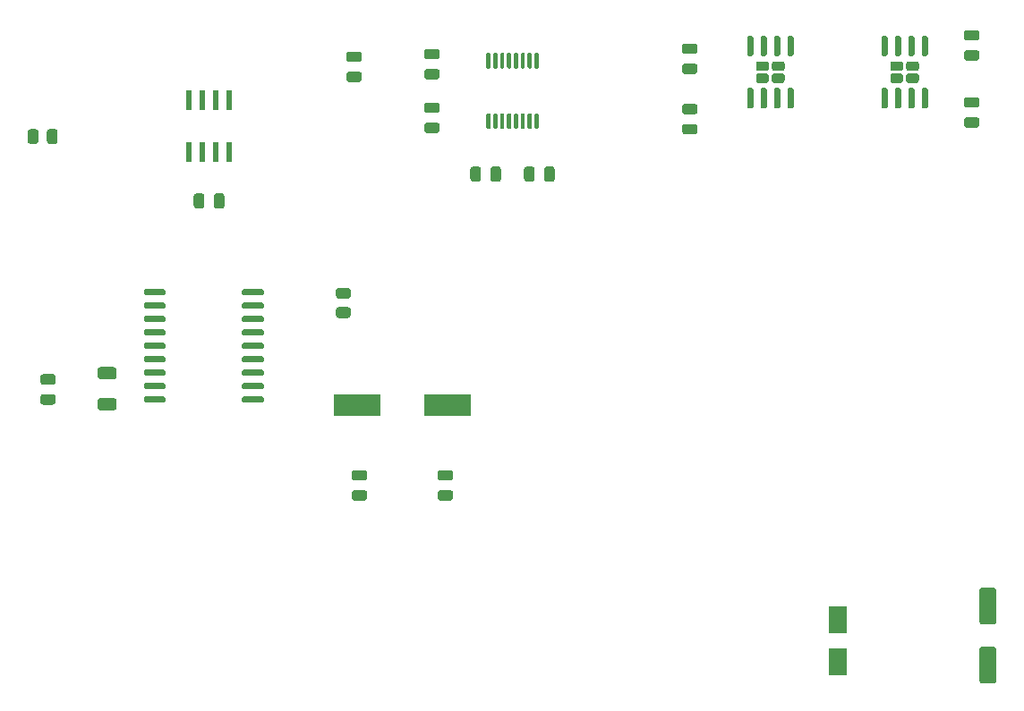
<source format=gtp>
G04 #@! TF.GenerationSoftware,KiCad,Pcbnew,(5.1.9-0-10_14)*
G04 #@! TF.CreationDate,2021-03-21T13:51:25-07:00*
G04 #@! TF.ProjectId,telemetry-pcb,74656c65-6d65-4747-9279-2d7063622e6b,rev?*
G04 #@! TF.SameCoordinates,Original*
G04 #@! TF.FileFunction,Paste,Top*
G04 #@! TF.FilePolarity,Positive*
%FSLAX46Y46*%
G04 Gerber Fmt 4.6, Leading zero omitted, Abs format (unit mm)*
G04 Created by KiCad (PCBNEW (5.1.9-0-10_14)) date 2021-03-21 13:51:25*
%MOMM*%
%LPD*%
G01*
G04 APERTURE LIST*
%ADD10R,4.500000X2.000000*%
%ADD11R,0.600000X1.970000*%
%ADD12R,1.800000X2.500000*%
G04 APERTURE END LIST*
D10*
X141410000Y-73660000D03*
X132910000Y-73660000D03*
G36*
G01*
X145399000Y-41817000D02*
X145199000Y-41817000D01*
G75*
G02*
X145099000Y-41717000I0J100000D01*
G01*
X145099000Y-40442000D01*
G75*
G02*
X145199000Y-40342000I100000J0D01*
G01*
X145399000Y-40342000D01*
G75*
G02*
X145499000Y-40442000I0J-100000D01*
G01*
X145499000Y-41717000D01*
G75*
G02*
X145399000Y-41817000I-100000J0D01*
G01*
G37*
G36*
G01*
X146049000Y-41817000D02*
X145849000Y-41817000D01*
G75*
G02*
X145749000Y-41717000I0J100000D01*
G01*
X145749000Y-40442000D01*
G75*
G02*
X145849000Y-40342000I100000J0D01*
G01*
X146049000Y-40342000D01*
G75*
G02*
X146149000Y-40442000I0J-100000D01*
G01*
X146149000Y-41717000D01*
G75*
G02*
X146049000Y-41817000I-100000J0D01*
G01*
G37*
G36*
G01*
X146699000Y-41817000D02*
X146499000Y-41817000D01*
G75*
G02*
X146399000Y-41717000I0J100000D01*
G01*
X146399000Y-40442000D01*
G75*
G02*
X146499000Y-40342000I100000J0D01*
G01*
X146699000Y-40342000D01*
G75*
G02*
X146799000Y-40442000I0J-100000D01*
G01*
X146799000Y-41717000D01*
G75*
G02*
X146699000Y-41817000I-100000J0D01*
G01*
G37*
G36*
G01*
X147349000Y-41817000D02*
X147149000Y-41817000D01*
G75*
G02*
X147049000Y-41717000I0J100000D01*
G01*
X147049000Y-40442000D01*
G75*
G02*
X147149000Y-40342000I100000J0D01*
G01*
X147349000Y-40342000D01*
G75*
G02*
X147449000Y-40442000I0J-100000D01*
G01*
X147449000Y-41717000D01*
G75*
G02*
X147349000Y-41817000I-100000J0D01*
G01*
G37*
G36*
G01*
X147999000Y-41817000D02*
X147799000Y-41817000D01*
G75*
G02*
X147699000Y-41717000I0J100000D01*
G01*
X147699000Y-40442000D01*
G75*
G02*
X147799000Y-40342000I100000J0D01*
G01*
X147999000Y-40342000D01*
G75*
G02*
X148099000Y-40442000I0J-100000D01*
G01*
X148099000Y-41717000D01*
G75*
G02*
X147999000Y-41817000I-100000J0D01*
G01*
G37*
G36*
G01*
X148649000Y-41817000D02*
X148449000Y-41817000D01*
G75*
G02*
X148349000Y-41717000I0J100000D01*
G01*
X148349000Y-40442000D01*
G75*
G02*
X148449000Y-40342000I100000J0D01*
G01*
X148649000Y-40342000D01*
G75*
G02*
X148749000Y-40442000I0J-100000D01*
G01*
X148749000Y-41717000D01*
G75*
G02*
X148649000Y-41817000I-100000J0D01*
G01*
G37*
G36*
G01*
X149299000Y-41817000D02*
X149099000Y-41817000D01*
G75*
G02*
X148999000Y-41717000I0J100000D01*
G01*
X148999000Y-40442000D01*
G75*
G02*
X149099000Y-40342000I100000J0D01*
G01*
X149299000Y-40342000D01*
G75*
G02*
X149399000Y-40442000I0J-100000D01*
G01*
X149399000Y-41717000D01*
G75*
G02*
X149299000Y-41817000I-100000J0D01*
G01*
G37*
G36*
G01*
X149949000Y-41817000D02*
X149749000Y-41817000D01*
G75*
G02*
X149649000Y-41717000I0J100000D01*
G01*
X149649000Y-40442000D01*
G75*
G02*
X149749000Y-40342000I100000J0D01*
G01*
X149949000Y-40342000D01*
G75*
G02*
X150049000Y-40442000I0J-100000D01*
G01*
X150049000Y-41717000D01*
G75*
G02*
X149949000Y-41817000I-100000J0D01*
G01*
G37*
G36*
G01*
X149949000Y-47542000D02*
X149749000Y-47542000D01*
G75*
G02*
X149649000Y-47442000I0J100000D01*
G01*
X149649000Y-46167000D01*
G75*
G02*
X149749000Y-46067000I100000J0D01*
G01*
X149949000Y-46067000D01*
G75*
G02*
X150049000Y-46167000I0J-100000D01*
G01*
X150049000Y-47442000D01*
G75*
G02*
X149949000Y-47542000I-100000J0D01*
G01*
G37*
G36*
G01*
X149299000Y-47542000D02*
X149099000Y-47542000D01*
G75*
G02*
X148999000Y-47442000I0J100000D01*
G01*
X148999000Y-46167000D01*
G75*
G02*
X149099000Y-46067000I100000J0D01*
G01*
X149299000Y-46067000D01*
G75*
G02*
X149399000Y-46167000I0J-100000D01*
G01*
X149399000Y-47442000D01*
G75*
G02*
X149299000Y-47542000I-100000J0D01*
G01*
G37*
G36*
G01*
X148649000Y-47542000D02*
X148449000Y-47542000D01*
G75*
G02*
X148349000Y-47442000I0J100000D01*
G01*
X148349000Y-46167000D01*
G75*
G02*
X148449000Y-46067000I100000J0D01*
G01*
X148649000Y-46067000D01*
G75*
G02*
X148749000Y-46167000I0J-100000D01*
G01*
X148749000Y-47442000D01*
G75*
G02*
X148649000Y-47542000I-100000J0D01*
G01*
G37*
G36*
G01*
X147999000Y-47542000D02*
X147799000Y-47542000D01*
G75*
G02*
X147699000Y-47442000I0J100000D01*
G01*
X147699000Y-46167000D01*
G75*
G02*
X147799000Y-46067000I100000J0D01*
G01*
X147999000Y-46067000D01*
G75*
G02*
X148099000Y-46167000I0J-100000D01*
G01*
X148099000Y-47442000D01*
G75*
G02*
X147999000Y-47542000I-100000J0D01*
G01*
G37*
G36*
G01*
X147349000Y-47542000D02*
X147149000Y-47542000D01*
G75*
G02*
X147049000Y-47442000I0J100000D01*
G01*
X147049000Y-46167000D01*
G75*
G02*
X147149000Y-46067000I100000J0D01*
G01*
X147349000Y-46067000D01*
G75*
G02*
X147449000Y-46167000I0J-100000D01*
G01*
X147449000Y-47442000D01*
G75*
G02*
X147349000Y-47542000I-100000J0D01*
G01*
G37*
G36*
G01*
X146699000Y-47542000D02*
X146499000Y-47542000D01*
G75*
G02*
X146399000Y-47442000I0J100000D01*
G01*
X146399000Y-46167000D01*
G75*
G02*
X146499000Y-46067000I100000J0D01*
G01*
X146699000Y-46067000D01*
G75*
G02*
X146799000Y-46167000I0J-100000D01*
G01*
X146799000Y-47442000D01*
G75*
G02*
X146699000Y-47542000I-100000J0D01*
G01*
G37*
G36*
G01*
X146049000Y-47542000D02*
X145849000Y-47542000D01*
G75*
G02*
X145749000Y-47442000I0J100000D01*
G01*
X145749000Y-46167000D01*
G75*
G02*
X145849000Y-46067000I100000J0D01*
G01*
X146049000Y-46067000D01*
G75*
G02*
X146149000Y-46167000I0J-100000D01*
G01*
X146149000Y-47442000D01*
G75*
G02*
X146049000Y-47542000I-100000J0D01*
G01*
G37*
G36*
G01*
X145399000Y-47542000D02*
X145199000Y-47542000D01*
G75*
G02*
X145099000Y-47442000I0J100000D01*
G01*
X145099000Y-46167000D01*
G75*
G02*
X145199000Y-46067000I100000J0D01*
G01*
X145399000Y-46067000D01*
G75*
G02*
X145499000Y-46167000I0J-100000D01*
G01*
X145499000Y-47442000D01*
G75*
G02*
X145399000Y-47542000I-100000J0D01*
G01*
G37*
G36*
G01*
X170833000Y-42274000D02*
X171583000Y-42274000D01*
G75*
G02*
X171813000Y-42504000I0J-230000D01*
G01*
X171813000Y-42964000D01*
G75*
G02*
X171583000Y-43194000I-230000J0D01*
G01*
X170833000Y-43194000D01*
G75*
G02*
X170603000Y-42964000I0J230000D01*
G01*
X170603000Y-42504000D01*
G75*
G02*
X170833000Y-42274000I230000J0D01*
G01*
G37*
G36*
G01*
X172333000Y-42274000D02*
X173083000Y-42274000D01*
G75*
G02*
X173313000Y-42504000I0J-230000D01*
G01*
X173313000Y-42964000D01*
G75*
G02*
X173083000Y-43194000I-230000J0D01*
G01*
X172333000Y-43194000D01*
G75*
G02*
X172103000Y-42964000I0J230000D01*
G01*
X172103000Y-42504000D01*
G75*
G02*
X172333000Y-42274000I230000J0D01*
G01*
G37*
G36*
G01*
X170833000Y-41134000D02*
X171583000Y-41134000D01*
G75*
G02*
X171813000Y-41364000I0J-230000D01*
G01*
X171813000Y-41824000D01*
G75*
G02*
X171583000Y-42054000I-230000J0D01*
G01*
X170833000Y-42054000D01*
G75*
G02*
X170603000Y-41824000I0J230000D01*
G01*
X170603000Y-41364000D01*
G75*
G02*
X170833000Y-41134000I230000J0D01*
G01*
G37*
G36*
G01*
X172333000Y-41134000D02*
X173083000Y-41134000D01*
G75*
G02*
X173313000Y-41364000I0J-230000D01*
G01*
X173313000Y-41824000D01*
G75*
G02*
X173083000Y-42054000I-230000J0D01*
G01*
X172333000Y-42054000D01*
G75*
G02*
X172103000Y-41824000I0J230000D01*
G01*
X172103000Y-41364000D01*
G75*
G02*
X172333000Y-41134000I230000J0D01*
G01*
G37*
G36*
G01*
X173713000Y-43664000D02*
X174013000Y-43664000D01*
G75*
G02*
X174163000Y-43814000I0J-150000D01*
G01*
X174163000Y-45464000D01*
G75*
G02*
X174013000Y-45614000I-150000J0D01*
G01*
X173713000Y-45614000D01*
G75*
G02*
X173563000Y-45464000I0J150000D01*
G01*
X173563000Y-43814000D01*
G75*
G02*
X173713000Y-43664000I150000J0D01*
G01*
G37*
G36*
G01*
X172443000Y-43664000D02*
X172743000Y-43664000D01*
G75*
G02*
X172893000Y-43814000I0J-150000D01*
G01*
X172893000Y-45464000D01*
G75*
G02*
X172743000Y-45614000I-150000J0D01*
G01*
X172443000Y-45614000D01*
G75*
G02*
X172293000Y-45464000I0J150000D01*
G01*
X172293000Y-43814000D01*
G75*
G02*
X172443000Y-43664000I150000J0D01*
G01*
G37*
G36*
G01*
X171173000Y-43664000D02*
X171473000Y-43664000D01*
G75*
G02*
X171623000Y-43814000I0J-150000D01*
G01*
X171623000Y-45464000D01*
G75*
G02*
X171473000Y-45614000I-150000J0D01*
G01*
X171173000Y-45614000D01*
G75*
G02*
X171023000Y-45464000I0J150000D01*
G01*
X171023000Y-43814000D01*
G75*
G02*
X171173000Y-43664000I150000J0D01*
G01*
G37*
G36*
G01*
X169903000Y-43664000D02*
X170203000Y-43664000D01*
G75*
G02*
X170353000Y-43814000I0J-150000D01*
G01*
X170353000Y-45464000D01*
G75*
G02*
X170203000Y-45614000I-150000J0D01*
G01*
X169903000Y-45614000D01*
G75*
G02*
X169753000Y-45464000I0J150000D01*
G01*
X169753000Y-43814000D01*
G75*
G02*
X169903000Y-43664000I150000J0D01*
G01*
G37*
G36*
G01*
X169903000Y-38714000D02*
X170203000Y-38714000D01*
G75*
G02*
X170353000Y-38864000I0J-150000D01*
G01*
X170353000Y-40514000D01*
G75*
G02*
X170203000Y-40664000I-150000J0D01*
G01*
X169903000Y-40664000D01*
G75*
G02*
X169753000Y-40514000I0J150000D01*
G01*
X169753000Y-38864000D01*
G75*
G02*
X169903000Y-38714000I150000J0D01*
G01*
G37*
G36*
G01*
X171173000Y-38714000D02*
X171473000Y-38714000D01*
G75*
G02*
X171623000Y-38864000I0J-150000D01*
G01*
X171623000Y-40514000D01*
G75*
G02*
X171473000Y-40664000I-150000J0D01*
G01*
X171173000Y-40664000D01*
G75*
G02*
X171023000Y-40514000I0J150000D01*
G01*
X171023000Y-38864000D01*
G75*
G02*
X171173000Y-38714000I150000J0D01*
G01*
G37*
G36*
G01*
X172443000Y-38714000D02*
X172743000Y-38714000D01*
G75*
G02*
X172893000Y-38864000I0J-150000D01*
G01*
X172893000Y-40514000D01*
G75*
G02*
X172743000Y-40664000I-150000J0D01*
G01*
X172443000Y-40664000D01*
G75*
G02*
X172293000Y-40514000I0J150000D01*
G01*
X172293000Y-38864000D01*
G75*
G02*
X172443000Y-38714000I150000J0D01*
G01*
G37*
G36*
G01*
X173713000Y-38714000D02*
X174013000Y-38714000D01*
G75*
G02*
X174163000Y-38864000I0J-150000D01*
G01*
X174163000Y-40514000D01*
G75*
G02*
X174013000Y-40664000I-150000J0D01*
G01*
X173713000Y-40664000D01*
G75*
G02*
X173563000Y-40514000I0J150000D01*
G01*
X173563000Y-38864000D01*
G75*
G02*
X173713000Y-38714000I150000J0D01*
G01*
G37*
G36*
G01*
X183533000Y-42274000D02*
X184283000Y-42274000D01*
G75*
G02*
X184513000Y-42504000I0J-230000D01*
G01*
X184513000Y-42964000D01*
G75*
G02*
X184283000Y-43194000I-230000J0D01*
G01*
X183533000Y-43194000D01*
G75*
G02*
X183303000Y-42964000I0J230000D01*
G01*
X183303000Y-42504000D01*
G75*
G02*
X183533000Y-42274000I230000J0D01*
G01*
G37*
G36*
G01*
X185033000Y-42274000D02*
X185783000Y-42274000D01*
G75*
G02*
X186013000Y-42504000I0J-230000D01*
G01*
X186013000Y-42964000D01*
G75*
G02*
X185783000Y-43194000I-230000J0D01*
G01*
X185033000Y-43194000D01*
G75*
G02*
X184803000Y-42964000I0J230000D01*
G01*
X184803000Y-42504000D01*
G75*
G02*
X185033000Y-42274000I230000J0D01*
G01*
G37*
G36*
G01*
X183533000Y-41134000D02*
X184283000Y-41134000D01*
G75*
G02*
X184513000Y-41364000I0J-230000D01*
G01*
X184513000Y-41824000D01*
G75*
G02*
X184283000Y-42054000I-230000J0D01*
G01*
X183533000Y-42054000D01*
G75*
G02*
X183303000Y-41824000I0J230000D01*
G01*
X183303000Y-41364000D01*
G75*
G02*
X183533000Y-41134000I230000J0D01*
G01*
G37*
G36*
G01*
X185033000Y-41134000D02*
X185783000Y-41134000D01*
G75*
G02*
X186013000Y-41364000I0J-230000D01*
G01*
X186013000Y-41824000D01*
G75*
G02*
X185783000Y-42054000I-230000J0D01*
G01*
X185033000Y-42054000D01*
G75*
G02*
X184803000Y-41824000I0J230000D01*
G01*
X184803000Y-41364000D01*
G75*
G02*
X185033000Y-41134000I230000J0D01*
G01*
G37*
G36*
G01*
X186413000Y-43664000D02*
X186713000Y-43664000D01*
G75*
G02*
X186863000Y-43814000I0J-150000D01*
G01*
X186863000Y-45464000D01*
G75*
G02*
X186713000Y-45614000I-150000J0D01*
G01*
X186413000Y-45614000D01*
G75*
G02*
X186263000Y-45464000I0J150000D01*
G01*
X186263000Y-43814000D01*
G75*
G02*
X186413000Y-43664000I150000J0D01*
G01*
G37*
G36*
G01*
X185143000Y-43664000D02*
X185443000Y-43664000D01*
G75*
G02*
X185593000Y-43814000I0J-150000D01*
G01*
X185593000Y-45464000D01*
G75*
G02*
X185443000Y-45614000I-150000J0D01*
G01*
X185143000Y-45614000D01*
G75*
G02*
X184993000Y-45464000I0J150000D01*
G01*
X184993000Y-43814000D01*
G75*
G02*
X185143000Y-43664000I150000J0D01*
G01*
G37*
G36*
G01*
X183873000Y-43664000D02*
X184173000Y-43664000D01*
G75*
G02*
X184323000Y-43814000I0J-150000D01*
G01*
X184323000Y-45464000D01*
G75*
G02*
X184173000Y-45614000I-150000J0D01*
G01*
X183873000Y-45614000D01*
G75*
G02*
X183723000Y-45464000I0J150000D01*
G01*
X183723000Y-43814000D01*
G75*
G02*
X183873000Y-43664000I150000J0D01*
G01*
G37*
G36*
G01*
X182603000Y-43664000D02*
X182903000Y-43664000D01*
G75*
G02*
X183053000Y-43814000I0J-150000D01*
G01*
X183053000Y-45464000D01*
G75*
G02*
X182903000Y-45614000I-150000J0D01*
G01*
X182603000Y-45614000D01*
G75*
G02*
X182453000Y-45464000I0J150000D01*
G01*
X182453000Y-43814000D01*
G75*
G02*
X182603000Y-43664000I150000J0D01*
G01*
G37*
G36*
G01*
X182603000Y-38714000D02*
X182903000Y-38714000D01*
G75*
G02*
X183053000Y-38864000I0J-150000D01*
G01*
X183053000Y-40514000D01*
G75*
G02*
X182903000Y-40664000I-150000J0D01*
G01*
X182603000Y-40664000D01*
G75*
G02*
X182453000Y-40514000I0J150000D01*
G01*
X182453000Y-38864000D01*
G75*
G02*
X182603000Y-38714000I150000J0D01*
G01*
G37*
G36*
G01*
X183873000Y-38714000D02*
X184173000Y-38714000D01*
G75*
G02*
X184323000Y-38864000I0J-150000D01*
G01*
X184323000Y-40514000D01*
G75*
G02*
X184173000Y-40664000I-150000J0D01*
G01*
X183873000Y-40664000D01*
G75*
G02*
X183723000Y-40514000I0J150000D01*
G01*
X183723000Y-38864000D01*
G75*
G02*
X183873000Y-38714000I150000J0D01*
G01*
G37*
G36*
G01*
X185143000Y-38714000D02*
X185443000Y-38714000D01*
G75*
G02*
X185593000Y-38864000I0J-150000D01*
G01*
X185593000Y-40514000D01*
G75*
G02*
X185443000Y-40664000I-150000J0D01*
G01*
X185143000Y-40664000D01*
G75*
G02*
X184993000Y-40514000I0J150000D01*
G01*
X184993000Y-38864000D01*
G75*
G02*
X185143000Y-38714000I150000J0D01*
G01*
G37*
G36*
G01*
X186413000Y-38714000D02*
X186713000Y-38714000D01*
G75*
G02*
X186863000Y-38864000I0J-150000D01*
G01*
X186863000Y-40514000D01*
G75*
G02*
X186713000Y-40664000I-150000J0D01*
G01*
X186413000Y-40664000D01*
G75*
G02*
X186263000Y-40514000I0J150000D01*
G01*
X186263000Y-38864000D01*
G75*
G02*
X186413000Y-38714000I150000J0D01*
G01*
G37*
G36*
G01*
X132022001Y-63608000D02*
X131121999Y-63608000D01*
G75*
G02*
X130872000Y-63358001I0J249999D01*
G01*
X130872000Y-62832999D01*
G75*
G02*
X131121999Y-62583000I249999J0D01*
G01*
X132022001Y-62583000D01*
G75*
G02*
X132272000Y-62832999I0J-249999D01*
G01*
X132272000Y-63358001D01*
G75*
G02*
X132022001Y-63608000I-249999J0D01*
G01*
G37*
G36*
G01*
X132022001Y-65433000D02*
X131121999Y-65433000D01*
G75*
G02*
X130872000Y-65183001I0J249999D01*
G01*
X130872000Y-64657999D01*
G75*
G02*
X131121999Y-64408000I249999J0D01*
G01*
X132022001Y-64408000D01*
G75*
G02*
X132272000Y-64657999I0J-249999D01*
G01*
X132272000Y-65183001D01*
G75*
G02*
X132022001Y-65433000I-249999J0D01*
G01*
G37*
G36*
G01*
X121989000Y-63142000D02*
X121989000Y-62842000D01*
G75*
G02*
X122139000Y-62692000I150000J0D01*
G01*
X123889000Y-62692000D01*
G75*
G02*
X124039000Y-62842000I0J-150000D01*
G01*
X124039000Y-63142000D01*
G75*
G02*
X123889000Y-63292000I-150000J0D01*
G01*
X122139000Y-63292000D01*
G75*
G02*
X121989000Y-63142000I0J150000D01*
G01*
G37*
G36*
G01*
X121989000Y-64412000D02*
X121989000Y-64112000D01*
G75*
G02*
X122139000Y-63962000I150000J0D01*
G01*
X123889000Y-63962000D01*
G75*
G02*
X124039000Y-64112000I0J-150000D01*
G01*
X124039000Y-64412000D01*
G75*
G02*
X123889000Y-64562000I-150000J0D01*
G01*
X122139000Y-64562000D01*
G75*
G02*
X121989000Y-64412000I0J150000D01*
G01*
G37*
G36*
G01*
X121989000Y-65682000D02*
X121989000Y-65382000D01*
G75*
G02*
X122139000Y-65232000I150000J0D01*
G01*
X123889000Y-65232000D01*
G75*
G02*
X124039000Y-65382000I0J-150000D01*
G01*
X124039000Y-65682000D01*
G75*
G02*
X123889000Y-65832000I-150000J0D01*
G01*
X122139000Y-65832000D01*
G75*
G02*
X121989000Y-65682000I0J150000D01*
G01*
G37*
G36*
G01*
X121989000Y-66952000D02*
X121989000Y-66652000D01*
G75*
G02*
X122139000Y-66502000I150000J0D01*
G01*
X123889000Y-66502000D01*
G75*
G02*
X124039000Y-66652000I0J-150000D01*
G01*
X124039000Y-66952000D01*
G75*
G02*
X123889000Y-67102000I-150000J0D01*
G01*
X122139000Y-67102000D01*
G75*
G02*
X121989000Y-66952000I0J150000D01*
G01*
G37*
G36*
G01*
X121989000Y-68222000D02*
X121989000Y-67922000D01*
G75*
G02*
X122139000Y-67772000I150000J0D01*
G01*
X123889000Y-67772000D01*
G75*
G02*
X124039000Y-67922000I0J-150000D01*
G01*
X124039000Y-68222000D01*
G75*
G02*
X123889000Y-68372000I-150000J0D01*
G01*
X122139000Y-68372000D01*
G75*
G02*
X121989000Y-68222000I0J150000D01*
G01*
G37*
G36*
G01*
X121989000Y-69492000D02*
X121989000Y-69192000D01*
G75*
G02*
X122139000Y-69042000I150000J0D01*
G01*
X123889000Y-69042000D01*
G75*
G02*
X124039000Y-69192000I0J-150000D01*
G01*
X124039000Y-69492000D01*
G75*
G02*
X123889000Y-69642000I-150000J0D01*
G01*
X122139000Y-69642000D01*
G75*
G02*
X121989000Y-69492000I0J150000D01*
G01*
G37*
G36*
G01*
X121989000Y-70762000D02*
X121989000Y-70462000D01*
G75*
G02*
X122139000Y-70312000I150000J0D01*
G01*
X123889000Y-70312000D01*
G75*
G02*
X124039000Y-70462000I0J-150000D01*
G01*
X124039000Y-70762000D01*
G75*
G02*
X123889000Y-70912000I-150000J0D01*
G01*
X122139000Y-70912000D01*
G75*
G02*
X121989000Y-70762000I0J150000D01*
G01*
G37*
G36*
G01*
X121989000Y-72032000D02*
X121989000Y-71732000D01*
G75*
G02*
X122139000Y-71582000I150000J0D01*
G01*
X123889000Y-71582000D01*
G75*
G02*
X124039000Y-71732000I0J-150000D01*
G01*
X124039000Y-72032000D01*
G75*
G02*
X123889000Y-72182000I-150000J0D01*
G01*
X122139000Y-72182000D01*
G75*
G02*
X121989000Y-72032000I0J150000D01*
G01*
G37*
G36*
G01*
X121989000Y-73302000D02*
X121989000Y-73002000D01*
G75*
G02*
X122139000Y-72852000I150000J0D01*
G01*
X123889000Y-72852000D01*
G75*
G02*
X124039000Y-73002000I0J-150000D01*
G01*
X124039000Y-73302000D01*
G75*
G02*
X123889000Y-73452000I-150000J0D01*
G01*
X122139000Y-73452000D01*
G75*
G02*
X121989000Y-73302000I0J150000D01*
G01*
G37*
G36*
G01*
X112689000Y-73302000D02*
X112689000Y-73002000D01*
G75*
G02*
X112839000Y-72852000I150000J0D01*
G01*
X114589000Y-72852000D01*
G75*
G02*
X114739000Y-73002000I0J-150000D01*
G01*
X114739000Y-73302000D01*
G75*
G02*
X114589000Y-73452000I-150000J0D01*
G01*
X112839000Y-73452000D01*
G75*
G02*
X112689000Y-73302000I0J150000D01*
G01*
G37*
G36*
G01*
X112689000Y-72032000D02*
X112689000Y-71732000D01*
G75*
G02*
X112839000Y-71582000I150000J0D01*
G01*
X114589000Y-71582000D01*
G75*
G02*
X114739000Y-71732000I0J-150000D01*
G01*
X114739000Y-72032000D01*
G75*
G02*
X114589000Y-72182000I-150000J0D01*
G01*
X112839000Y-72182000D01*
G75*
G02*
X112689000Y-72032000I0J150000D01*
G01*
G37*
G36*
G01*
X112689000Y-70762000D02*
X112689000Y-70462000D01*
G75*
G02*
X112839000Y-70312000I150000J0D01*
G01*
X114589000Y-70312000D01*
G75*
G02*
X114739000Y-70462000I0J-150000D01*
G01*
X114739000Y-70762000D01*
G75*
G02*
X114589000Y-70912000I-150000J0D01*
G01*
X112839000Y-70912000D01*
G75*
G02*
X112689000Y-70762000I0J150000D01*
G01*
G37*
G36*
G01*
X112689000Y-69492000D02*
X112689000Y-69192000D01*
G75*
G02*
X112839000Y-69042000I150000J0D01*
G01*
X114589000Y-69042000D01*
G75*
G02*
X114739000Y-69192000I0J-150000D01*
G01*
X114739000Y-69492000D01*
G75*
G02*
X114589000Y-69642000I-150000J0D01*
G01*
X112839000Y-69642000D01*
G75*
G02*
X112689000Y-69492000I0J150000D01*
G01*
G37*
G36*
G01*
X112689000Y-68222000D02*
X112689000Y-67922000D01*
G75*
G02*
X112839000Y-67772000I150000J0D01*
G01*
X114589000Y-67772000D01*
G75*
G02*
X114739000Y-67922000I0J-150000D01*
G01*
X114739000Y-68222000D01*
G75*
G02*
X114589000Y-68372000I-150000J0D01*
G01*
X112839000Y-68372000D01*
G75*
G02*
X112689000Y-68222000I0J150000D01*
G01*
G37*
G36*
G01*
X112689000Y-66952000D02*
X112689000Y-66652000D01*
G75*
G02*
X112839000Y-66502000I150000J0D01*
G01*
X114589000Y-66502000D01*
G75*
G02*
X114739000Y-66652000I0J-150000D01*
G01*
X114739000Y-66952000D01*
G75*
G02*
X114589000Y-67102000I-150000J0D01*
G01*
X112839000Y-67102000D01*
G75*
G02*
X112689000Y-66952000I0J150000D01*
G01*
G37*
G36*
G01*
X112689000Y-65682000D02*
X112689000Y-65382000D01*
G75*
G02*
X112839000Y-65232000I150000J0D01*
G01*
X114589000Y-65232000D01*
G75*
G02*
X114739000Y-65382000I0J-150000D01*
G01*
X114739000Y-65682000D01*
G75*
G02*
X114589000Y-65832000I-150000J0D01*
G01*
X112839000Y-65832000D01*
G75*
G02*
X112689000Y-65682000I0J150000D01*
G01*
G37*
G36*
G01*
X112689000Y-64412000D02*
X112689000Y-64112000D01*
G75*
G02*
X112839000Y-63962000I150000J0D01*
G01*
X114589000Y-63962000D01*
G75*
G02*
X114739000Y-64112000I0J-150000D01*
G01*
X114739000Y-64412000D01*
G75*
G02*
X114589000Y-64562000I-150000J0D01*
G01*
X112839000Y-64562000D01*
G75*
G02*
X112689000Y-64412000I0J150000D01*
G01*
G37*
G36*
G01*
X112689000Y-63142000D02*
X112689000Y-62842000D01*
G75*
G02*
X112839000Y-62692000I150000J0D01*
G01*
X114589000Y-62692000D01*
G75*
G02*
X114739000Y-62842000I0J-150000D01*
G01*
X114739000Y-63142000D01*
G75*
G02*
X114589000Y-63292000I-150000J0D01*
G01*
X112839000Y-63292000D01*
G75*
G02*
X112689000Y-63142000I0J150000D01*
G01*
G37*
D11*
X116967000Y-44774000D03*
X118237000Y-44774000D03*
X119507000Y-44774000D03*
X120777000Y-44774000D03*
X120777000Y-49714000D03*
X119507000Y-49714000D03*
X118237000Y-49714000D03*
X116967000Y-49714000D03*
G36*
G01*
X132113000Y-42106000D02*
X133063000Y-42106000D01*
G75*
G02*
X133313000Y-42356000I0J-250000D01*
G01*
X133313000Y-42856000D01*
G75*
G02*
X133063000Y-43106000I-250000J0D01*
G01*
X132113000Y-43106000D01*
G75*
G02*
X131863000Y-42856000I0J250000D01*
G01*
X131863000Y-42356000D01*
G75*
G02*
X132113000Y-42106000I250000J0D01*
G01*
G37*
G36*
G01*
X132113000Y-40206000D02*
X133063000Y-40206000D01*
G75*
G02*
X133313000Y-40456000I0J-250000D01*
G01*
X133313000Y-40956000D01*
G75*
G02*
X133063000Y-41206000I-250000J0D01*
G01*
X132113000Y-41206000D01*
G75*
G02*
X131863000Y-40956000I0J250000D01*
G01*
X131863000Y-40456000D01*
G75*
G02*
X132113000Y-40206000I250000J0D01*
G01*
G37*
G36*
G01*
X193082000Y-94454000D02*
X191982000Y-94454000D01*
G75*
G02*
X191732000Y-94204000I0J250000D01*
G01*
X191732000Y-91204000D01*
G75*
G02*
X191982000Y-90954000I250000J0D01*
G01*
X193082000Y-90954000D01*
G75*
G02*
X193332000Y-91204000I0J-250000D01*
G01*
X193332000Y-94204000D01*
G75*
G02*
X193082000Y-94454000I-250000J0D01*
G01*
G37*
G36*
G01*
X193082000Y-100054000D02*
X191982000Y-100054000D01*
G75*
G02*
X191732000Y-99804000I0J250000D01*
G01*
X191732000Y-96804000D01*
G75*
G02*
X191982000Y-96554000I250000J0D01*
G01*
X193082000Y-96554000D01*
G75*
G02*
X193332000Y-96804000I0J-250000D01*
G01*
X193332000Y-99804000D01*
G75*
G02*
X193082000Y-100054000I-250000J0D01*
G01*
G37*
G36*
G01*
X109870001Y-71236000D02*
X108569999Y-71236000D01*
G75*
G02*
X108320000Y-70986001I0J249999D01*
G01*
X108320000Y-70335999D01*
G75*
G02*
X108569999Y-70086000I249999J0D01*
G01*
X109870001Y-70086000D01*
G75*
G02*
X110120000Y-70335999I0J-249999D01*
G01*
X110120000Y-70986001D01*
G75*
G02*
X109870001Y-71236000I-249999J0D01*
G01*
G37*
G36*
G01*
X109870001Y-74186000D02*
X108569999Y-74186000D01*
G75*
G02*
X108320000Y-73936001I0J249999D01*
G01*
X108320000Y-73285999D01*
G75*
G02*
X108569999Y-73036000I249999J0D01*
G01*
X109870001Y-73036000D01*
G75*
G02*
X110120000Y-73285999I0J-249999D01*
G01*
X110120000Y-73936001D01*
G75*
G02*
X109870001Y-74186000I-249999J0D01*
G01*
G37*
G36*
G01*
X140749000Y-81730000D02*
X141699000Y-81730000D01*
G75*
G02*
X141949000Y-81980000I0J-250000D01*
G01*
X141949000Y-82480000D01*
G75*
G02*
X141699000Y-82730000I-250000J0D01*
G01*
X140749000Y-82730000D01*
G75*
G02*
X140499000Y-82480000I0J250000D01*
G01*
X140499000Y-81980000D01*
G75*
G02*
X140749000Y-81730000I250000J0D01*
G01*
G37*
G36*
G01*
X140749000Y-79830000D02*
X141699000Y-79830000D01*
G75*
G02*
X141949000Y-80080000I0J-250000D01*
G01*
X141949000Y-80580000D01*
G75*
G02*
X141699000Y-80830000I-250000J0D01*
G01*
X140749000Y-80830000D01*
G75*
G02*
X140499000Y-80580000I0J250000D01*
G01*
X140499000Y-80080000D01*
G75*
G02*
X140749000Y-79830000I250000J0D01*
G01*
G37*
G36*
G01*
X132621000Y-81730000D02*
X133571000Y-81730000D01*
G75*
G02*
X133821000Y-81980000I0J-250000D01*
G01*
X133821000Y-82480000D01*
G75*
G02*
X133571000Y-82730000I-250000J0D01*
G01*
X132621000Y-82730000D01*
G75*
G02*
X132371000Y-82480000I0J250000D01*
G01*
X132371000Y-81980000D01*
G75*
G02*
X132621000Y-81730000I250000J0D01*
G01*
G37*
G36*
G01*
X132621000Y-79830000D02*
X133571000Y-79830000D01*
G75*
G02*
X133821000Y-80080000I0J-250000D01*
G01*
X133821000Y-80580000D01*
G75*
G02*
X133571000Y-80830000I-250000J0D01*
G01*
X132621000Y-80830000D01*
G75*
G02*
X132371000Y-80580000I0J250000D01*
G01*
X132371000Y-80080000D01*
G75*
G02*
X132621000Y-79830000I250000J0D01*
G01*
G37*
G36*
G01*
X119322000Y-54831000D02*
X119322000Y-53881000D01*
G75*
G02*
X119572000Y-53631000I250000J0D01*
G01*
X120072000Y-53631000D01*
G75*
G02*
X120322000Y-53881000I0J-250000D01*
G01*
X120322000Y-54831000D01*
G75*
G02*
X120072000Y-55081000I-250000J0D01*
G01*
X119572000Y-55081000D01*
G75*
G02*
X119322000Y-54831000I0J250000D01*
G01*
G37*
G36*
G01*
X117422000Y-54831000D02*
X117422000Y-53881000D01*
G75*
G02*
X117672000Y-53631000I250000J0D01*
G01*
X118172000Y-53631000D01*
G75*
G02*
X118422000Y-53881000I0J-250000D01*
G01*
X118422000Y-54831000D01*
G75*
G02*
X118172000Y-55081000I-250000J0D01*
G01*
X117672000Y-55081000D01*
G75*
G02*
X117422000Y-54831000I0J250000D01*
G01*
G37*
G36*
G01*
X103157000Y-72652000D02*
X104107000Y-72652000D01*
G75*
G02*
X104357000Y-72902000I0J-250000D01*
G01*
X104357000Y-73402000D01*
G75*
G02*
X104107000Y-73652000I-250000J0D01*
G01*
X103157000Y-73652000D01*
G75*
G02*
X102907000Y-73402000I0J250000D01*
G01*
X102907000Y-72902000D01*
G75*
G02*
X103157000Y-72652000I250000J0D01*
G01*
G37*
G36*
G01*
X103157000Y-70752000D02*
X104107000Y-70752000D01*
G75*
G02*
X104357000Y-71002000I0J-250000D01*
G01*
X104357000Y-71502000D01*
G75*
G02*
X104107000Y-71752000I-250000J0D01*
G01*
X103157000Y-71752000D01*
G75*
G02*
X102907000Y-71502000I0J250000D01*
G01*
X102907000Y-71002000D01*
G75*
G02*
X103157000Y-70752000I250000J0D01*
G01*
G37*
G36*
G01*
X103524000Y-48710001D02*
X103524000Y-47809999D01*
G75*
G02*
X103773999Y-47560000I249999J0D01*
G01*
X104299001Y-47560000D01*
G75*
G02*
X104549000Y-47809999I0J-249999D01*
G01*
X104549000Y-48710001D01*
G75*
G02*
X104299001Y-48960000I-249999J0D01*
G01*
X103773999Y-48960000D01*
G75*
G02*
X103524000Y-48710001I0J249999D01*
G01*
G37*
G36*
G01*
X101699000Y-48710001D02*
X101699000Y-47809999D01*
G75*
G02*
X101948999Y-47560000I249999J0D01*
G01*
X102474001Y-47560000D01*
G75*
G02*
X102724000Y-47809999I0J-249999D01*
G01*
X102724000Y-48710001D01*
G75*
G02*
X102474001Y-48960000I-249999J0D01*
G01*
X101948999Y-48960000D01*
G75*
G02*
X101699000Y-48710001I0J249999D01*
G01*
G37*
D12*
X178308000Y-98012000D03*
X178308000Y-94012000D03*
G36*
G01*
X191483000Y-39174000D02*
X190533000Y-39174000D01*
G75*
G02*
X190283000Y-38924000I0J250000D01*
G01*
X190283000Y-38424000D01*
G75*
G02*
X190533000Y-38174000I250000J0D01*
G01*
X191483000Y-38174000D01*
G75*
G02*
X191733000Y-38424000I0J-250000D01*
G01*
X191733000Y-38924000D01*
G75*
G02*
X191483000Y-39174000I-250000J0D01*
G01*
G37*
G36*
G01*
X191483000Y-41074000D02*
X190533000Y-41074000D01*
G75*
G02*
X190283000Y-40824000I0J250000D01*
G01*
X190283000Y-40324000D01*
G75*
G02*
X190533000Y-40074000I250000J0D01*
G01*
X191483000Y-40074000D01*
G75*
G02*
X191733000Y-40324000I0J-250000D01*
G01*
X191733000Y-40824000D01*
G75*
G02*
X191483000Y-41074000I-250000J0D01*
G01*
G37*
G36*
G01*
X164813000Y-40444000D02*
X163863000Y-40444000D01*
G75*
G02*
X163613000Y-40194000I0J250000D01*
G01*
X163613000Y-39694000D01*
G75*
G02*
X163863000Y-39444000I250000J0D01*
G01*
X164813000Y-39444000D01*
G75*
G02*
X165063000Y-39694000I0J-250000D01*
G01*
X165063000Y-40194000D01*
G75*
G02*
X164813000Y-40444000I-250000J0D01*
G01*
G37*
G36*
G01*
X164813000Y-42344000D02*
X163863000Y-42344000D01*
G75*
G02*
X163613000Y-42094000I0J250000D01*
G01*
X163613000Y-41594000D01*
G75*
G02*
X163863000Y-41344000I250000J0D01*
G01*
X164813000Y-41344000D01*
G75*
G02*
X165063000Y-41594000I0J-250000D01*
G01*
X165063000Y-42094000D01*
G75*
G02*
X164813000Y-42344000I-250000J0D01*
G01*
G37*
G36*
G01*
X145484000Y-52291000D02*
X145484000Y-51341000D01*
G75*
G02*
X145734000Y-51091000I250000J0D01*
G01*
X146234000Y-51091000D01*
G75*
G02*
X146484000Y-51341000I0J-250000D01*
G01*
X146484000Y-52291000D01*
G75*
G02*
X146234000Y-52541000I-250000J0D01*
G01*
X145734000Y-52541000D01*
G75*
G02*
X145484000Y-52291000I0J250000D01*
G01*
G37*
G36*
G01*
X143584000Y-52291000D02*
X143584000Y-51341000D01*
G75*
G02*
X143834000Y-51091000I250000J0D01*
G01*
X144334000Y-51091000D01*
G75*
G02*
X144584000Y-51341000I0J-250000D01*
G01*
X144584000Y-52291000D01*
G75*
G02*
X144334000Y-52541000I-250000J0D01*
G01*
X143834000Y-52541000D01*
G75*
G02*
X143584000Y-52291000I0J250000D01*
G01*
G37*
G36*
G01*
X149664000Y-51341000D02*
X149664000Y-52291000D01*
G75*
G02*
X149414000Y-52541000I-250000J0D01*
G01*
X148914000Y-52541000D01*
G75*
G02*
X148664000Y-52291000I0J250000D01*
G01*
X148664000Y-51341000D01*
G75*
G02*
X148914000Y-51091000I250000J0D01*
G01*
X149414000Y-51091000D01*
G75*
G02*
X149664000Y-51341000I0J-250000D01*
G01*
G37*
G36*
G01*
X151564000Y-51341000D02*
X151564000Y-52291000D01*
G75*
G02*
X151314000Y-52541000I-250000J0D01*
G01*
X150814000Y-52541000D01*
G75*
G02*
X150564000Y-52291000I0J250000D01*
G01*
X150564000Y-51341000D01*
G75*
G02*
X150814000Y-51091000I250000J0D01*
G01*
X151314000Y-51091000D01*
G75*
G02*
X151564000Y-51341000I0J-250000D01*
G01*
G37*
G36*
G01*
X139479000Y-41852000D02*
X140429000Y-41852000D01*
G75*
G02*
X140679000Y-42102000I0J-250000D01*
G01*
X140679000Y-42602000D01*
G75*
G02*
X140429000Y-42852000I-250000J0D01*
G01*
X139479000Y-42852000D01*
G75*
G02*
X139229000Y-42602000I0J250000D01*
G01*
X139229000Y-42102000D01*
G75*
G02*
X139479000Y-41852000I250000J0D01*
G01*
G37*
G36*
G01*
X139479000Y-39952000D02*
X140429000Y-39952000D01*
G75*
G02*
X140679000Y-40202000I0J-250000D01*
G01*
X140679000Y-40702000D01*
G75*
G02*
X140429000Y-40952000I-250000J0D01*
G01*
X139479000Y-40952000D01*
G75*
G02*
X139229000Y-40702000I0J250000D01*
G01*
X139229000Y-40202000D01*
G75*
G02*
X139479000Y-39952000I250000J0D01*
G01*
G37*
G36*
G01*
X140429000Y-46032000D02*
X139479000Y-46032000D01*
G75*
G02*
X139229000Y-45782000I0J250000D01*
G01*
X139229000Y-45282000D01*
G75*
G02*
X139479000Y-45032000I250000J0D01*
G01*
X140429000Y-45032000D01*
G75*
G02*
X140679000Y-45282000I0J-250000D01*
G01*
X140679000Y-45782000D01*
G75*
G02*
X140429000Y-46032000I-250000J0D01*
G01*
G37*
G36*
G01*
X140429000Y-47932000D02*
X139479000Y-47932000D01*
G75*
G02*
X139229000Y-47682000I0J250000D01*
G01*
X139229000Y-47182000D01*
G75*
G02*
X139479000Y-46932000I250000J0D01*
G01*
X140429000Y-46932000D01*
G75*
G02*
X140679000Y-47182000I0J-250000D01*
G01*
X140679000Y-47682000D01*
G75*
G02*
X140429000Y-47932000I-250000J0D01*
G01*
G37*
G36*
G01*
X191483000Y-45524000D02*
X190533000Y-45524000D01*
G75*
G02*
X190283000Y-45274000I0J250000D01*
G01*
X190283000Y-44774000D01*
G75*
G02*
X190533000Y-44524000I250000J0D01*
G01*
X191483000Y-44524000D01*
G75*
G02*
X191733000Y-44774000I0J-250000D01*
G01*
X191733000Y-45274000D01*
G75*
G02*
X191483000Y-45524000I-250000J0D01*
G01*
G37*
G36*
G01*
X191483000Y-47424000D02*
X190533000Y-47424000D01*
G75*
G02*
X190283000Y-47174000I0J250000D01*
G01*
X190283000Y-46674000D01*
G75*
G02*
X190533000Y-46424000I250000J0D01*
G01*
X191483000Y-46424000D01*
G75*
G02*
X191733000Y-46674000I0J-250000D01*
G01*
X191733000Y-47174000D01*
G75*
G02*
X191483000Y-47424000I-250000J0D01*
G01*
G37*
G36*
G01*
X164813000Y-46159000D02*
X163863000Y-46159000D01*
G75*
G02*
X163613000Y-45909000I0J250000D01*
G01*
X163613000Y-45409000D01*
G75*
G02*
X163863000Y-45159000I250000J0D01*
G01*
X164813000Y-45159000D01*
G75*
G02*
X165063000Y-45409000I0J-250000D01*
G01*
X165063000Y-45909000D01*
G75*
G02*
X164813000Y-46159000I-250000J0D01*
G01*
G37*
G36*
G01*
X164813000Y-48059000D02*
X163863000Y-48059000D01*
G75*
G02*
X163613000Y-47809000I0J250000D01*
G01*
X163613000Y-47309000D01*
G75*
G02*
X163863000Y-47059000I250000J0D01*
G01*
X164813000Y-47059000D01*
G75*
G02*
X165063000Y-47309000I0J-250000D01*
G01*
X165063000Y-47809000D01*
G75*
G02*
X164813000Y-48059000I-250000J0D01*
G01*
G37*
M02*

</source>
